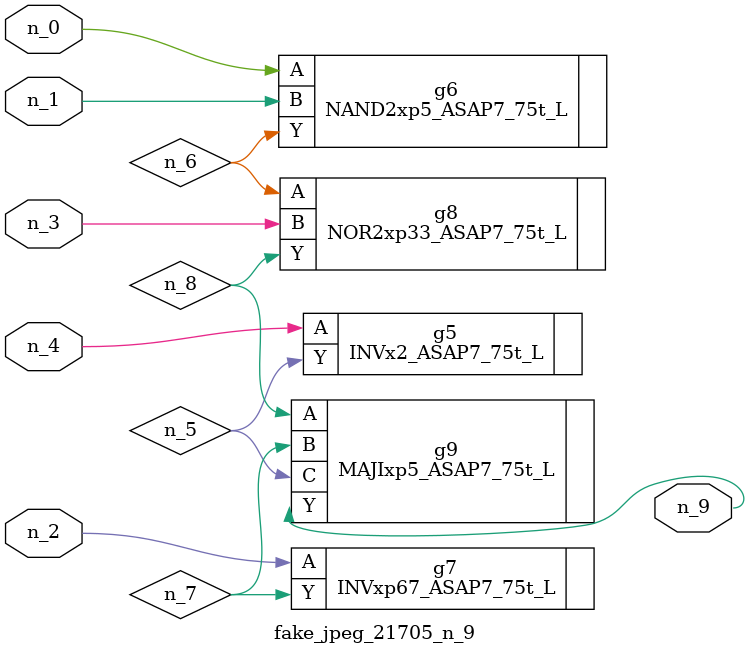
<source format=v>
module fake_jpeg_21705_n_9 (n_3, n_2, n_1, n_0, n_4, n_9);

input n_3;
input n_2;
input n_1;
input n_0;
input n_4;

output n_9;

wire n_8;
wire n_6;
wire n_5;
wire n_7;

INVx2_ASAP7_75t_L g5 ( 
.A(n_4),
.Y(n_5)
);

NAND2xp5_ASAP7_75t_L g6 ( 
.A(n_0),
.B(n_1),
.Y(n_6)
);

INVxp67_ASAP7_75t_L g7 ( 
.A(n_2),
.Y(n_7)
);

NOR2xp33_ASAP7_75t_L g8 ( 
.A(n_6),
.B(n_3),
.Y(n_8)
);

MAJIxp5_ASAP7_75t_L g9 ( 
.A(n_8),
.B(n_7),
.C(n_5),
.Y(n_9)
);


endmodule
</source>
